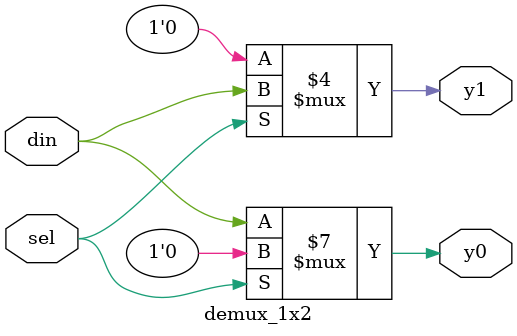
<source format=v>
module demux_1x2(
input din,
input sel,
output reg y0,
output reg y1
);

always @*
    begin
	if(sel==1'b0) begin 
		y0=din;
		y1=0;
	end else begin
		y0=0;
		y1=din;
	end
     end
endmodule

</source>
